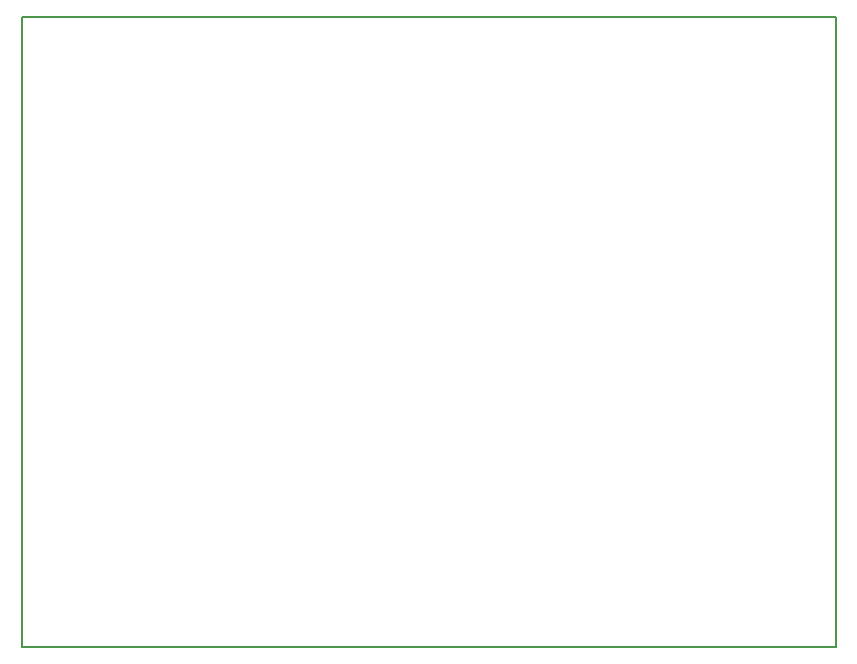
<source format=gm1>
G04 MADE WITH FRITZING*
G04 WWW.FRITZING.ORG*
G04 DOUBLE SIDED*
G04 HOLES PLATED*
G04 CONTOUR ON CENTER OF CONTOUR VECTOR*
%ASAXBY*%
%FSLAX23Y23*%
%MOIN*%
%OFA0B0*%
%SFA1.0B1.0*%
%ADD10R,2.722310X2.108930*%
%ADD11C,0.008000*%
%ADD10C,0.008*%
%LNCONTOUR*%
G90*
G70*
G54D10*
G54D11*
X4Y2105D02*
X2718Y2105D01*
X2718Y4D01*
X4Y4D01*
X4Y2105D01*
D02*
G04 End of contour*
M02*
</source>
